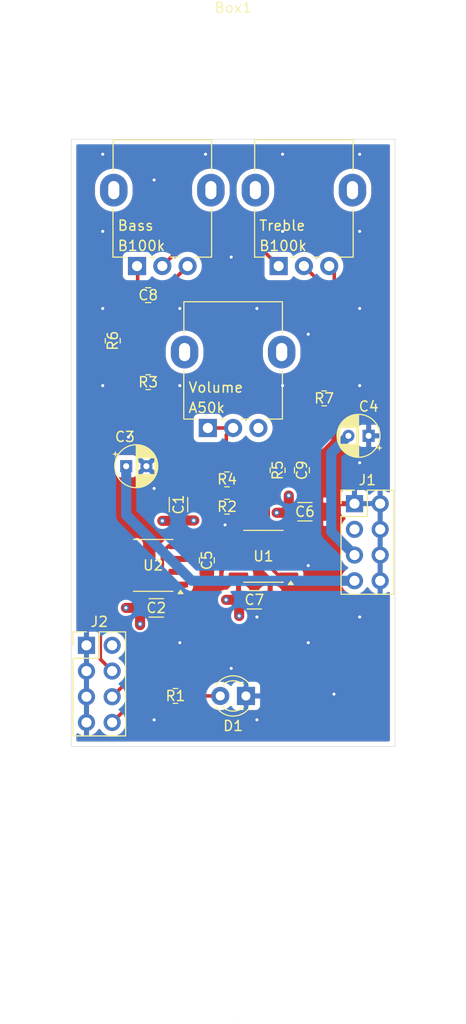
<source format=kicad_pcb>
(kicad_pcb (version 20240108) (generator "pcbnew") (generator_version "8.0")
  (layers (0 "F.Cu" jumper) (1 "In1.Cu" signal) (2 "In2.Cu" signal) (31 "B.Cu" signal) (34 "B.Paste" user) (35 "F.Paste" user) (36 "B.SilkS" user "B.Silkscreen") (37 "F.SilkS" user "F.Silkscreen") (38 "B.Mask" user) (39 "F.Mask" user) (44 "Edge.Cuts" user))
  (net 0 "")
  (net 1 "GND")
  (net 2 "VIN")
  (net 3 "Net-(C8-Pad2)")
  (net 4 "Net-(C8-Pad1)")
  (net 5 "Net-(C9-Pad2)")
  (net 6 "+V")
  (net 7 "Net-(U1A--)")
  (net 8 "-V")
  (net 9 "Net-(U1B-OUT)")
  (net 10 "LED")
  (net 11 "Net-(U1B--)")
  (net 12 "Net-(R5-Pad1)")
  (net 14 "Net-(R6-Pad1)")
  (net 15 "Net-(R7-Pad2)")
  (net 16 "IN^{EFF}")
  (net 17 "OUT^{EFF}")
  (net 18 "Net-(D1-A)")
  (net 19 "OUT^{BAX}")
  (footprint "Potentiometer_THT:Potentiometer_Alpha_RD901F-40-00D_Single_Vertical" (layer "F.Cu") (at 104.5 75.525 90)
    (property "Reference" "RV3" (hide yes))
    (property "Value" "Treble B100k" (hide yes))
    (property "Use" "Treble" (at 4 -2 0) (layer "F.SilkS") (effects (justify left)))
    (property "Type" "B100k" (at 2 -2 0) (layer "F.SilkS") (effects (justify left)))
    (pad "" thru_hole oval (at 7.5 -2.3 180) (size 2.72 3.24) (drill oval 1.1 1.8) (layers "*.Cu" "*.Mask" "In3.Cu" "In4.Cu" "In5.Cu" "In6.Cu" "In7.Cu" "In8.Cu" "In9.Cu" "In10.Cu" "In11.Cu" "In12.Cu" "In13.Cu" "In14.Cu" "In15.Cu" "In16.Cu" "In17.Cu" "In18.Cu" "In19.Cu" "In20.Cu" "In21.Cu" "In22.Cu" "In23.Cu" "In24.Cu" "In25.Cu" "In26.Cu" "In27.Cu" "In28.Cu" "In29.Cu" "In30.Cu"))
    (pad "" thru_hole oval (at 7.5 7.3 180) (size 2.72 3.24) (drill oval 1.1 1.8) (layers "*.Cu" "*.Mask" "In3.Cu" "In4.Cu" "In5.Cu" "In6.Cu" "In7.Cu" "In8.Cu" "In9.Cu" "In10.Cu" "In11.Cu" "In12.Cu" "In13.Cu" "In14.Cu" "In15.Cu" "In16.Cu" "In17.Cu" "In18.Cu" "In19.Cu" "In20.Cu" "In21.Cu" "In22.Cu" "In23.Cu" "In24.Cu" "In25.Cu" "In26.Cu" "In27.Cu" "In28.Cu" "In29.Cu" "In30.Cu"))
    (pad "1" thru_hole rect (at 0 0 180) (size 1.8 1.8) (drill 1) (layers "*.Cu" "*.Mask" "In3.Cu" "In4.Cu" "In5.Cu" "In6.Cu" "In7.Cu" "In8.Cu" "In9.Cu" "In10.Cu" "In11.Cu" "In12.Cu" "In13.Cu" "In14.Cu" "In15.Cu" "In16.Cu" "In17.Cu" "In18.Cu" "In19.Cu" "In20.Cu" "In21.Cu" "In22.Cu" "In23.Cu" "In24.Cu" "In25.Cu" "In26.Cu" "In27.Cu" "In28.Cu" "In29.Cu" "In30.Cu") (net 14 "Net-(R6-Pad1)"))
    (pad "2" thru_hole circle (at 0 2.5 180) (size 1.8 1.8) (drill 1) (layers "*.Cu" "*.Mask" "In3.Cu" "In4.Cu" "In5.Cu" "In6.Cu" "In7.Cu" "In8.Cu" "In9.Cu" "In10.Cu" "In11.Cu" "In12.Cu" "In13.Cu" "In14.Cu" "In15.Cu" "In16.Cu" "In17.Cu" "In18.Cu" "In19.Cu" "In20.Cu" "In21.Cu" "In22.Cu" "In23.Cu" "In24.Cu" "In25.Cu" "In26.Cu" "In27.Cu" "In28.Cu" "In29.Cu" "In30.Cu") (net 5 "Net-(C9-Pad2)"))
    (pad "3" thru_hole circle (at 0 5 180) (size 1.8 1.8) (drill 1) (layers "*.Cu" "*.Mask" "In3.Cu" "In4.Cu" "In5.Cu" "In6.Cu" "In7.Cu" "In8.Cu" "In9.Cu" "In10.Cu" "In11.Cu" "In12.Cu" "In13.Cu" "In14.Cu" "In15.Cu" "In16.Cu" "In17.Cu" "In18.Cu" "In19.Cu" "In20.Cu" "In21.Cu" "In22.Cu" "In23.Cu" "In24.Cu" "In25.Cu" "In26.Cu" "In27.Cu" "In28.Cu" "In29.Cu" "In30.Cu") (net 15 "Net-(R7-Pad2)"))
  )
  (footprint "Potentiometer_THT:Potentiometer_Alpha_RD901F-40-00D_Single_Vertical" (layer "F.Cu") (at 97.5 91.525 90)
    (property "Reference" "RV1" (hide yes))
    (property "Value" "A50k Effects Volume" (hide yes))
    (property "Use" "Volume" (at 4 -2 0) (layer "F.SilkS") (effects (justify left)))
    (property "R-value" "A50k" (at 2 -2 0) (layer "F.SilkS") (effects (justify left)))
    (pad "" thru_hole oval (at 7.5 -2.3 180) (size 2.72 3.24) (drill oval 1.1 1.8) (layers "*.Cu" "*.Mask" "In3.Cu" "In4.Cu" "In5.Cu" "In6.Cu" "In7.Cu" "In8.Cu" "In9.Cu" "In10.Cu" "In11.Cu" "In12.Cu" "In13.Cu" "In14.Cu" "In15.Cu" "In16.Cu" "In17.Cu" "In18.Cu" "In19.Cu" "In20.Cu" "In21.Cu" "In22.Cu" "In23.Cu" "In24.Cu" "In25.Cu" "In26.Cu" "In27.Cu" "In28.Cu" "In29.Cu" "In30.Cu"))
    (pad "" thru_hole oval (at 7.5 7.3 180) (size 2.72 3.24) (drill oval 1.1 1.8) (layers "*.Cu" "*.Mask" "In3.Cu" "In4.Cu" "In5.Cu" "In6.Cu" "In7.Cu" "In8.Cu" "In9.Cu" "In10.Cu" "In11.Cu" "In12.Cu" "In13.Cu" "In14.Cu" "In15.Cu" "In16.Cu" "In17.Cu" "In18.Cu" "In19.Cu" "In20.Cu" "In21.Cu" "In22.Cu" "In23.Cu" "In24.Cu" "In25.Cu" "In26.Cu" "In27.Cu" "In28.Cu" "In29.Cu" "In30.Cu"))
    (pad "1" thru_hole rect (at 0 0 180) (size 1.8 1.8) (drill 1) (layers "*.Cu" "*.Mask" "In3.Cu" "In4.Cu" "In5.Cu" "In6.Cu" "In7.Cu" "In8.Cu" "In9.Cu" "In10.Cu" "In11.Cu" "In12.Cu" "In13.Cu" "In14.Cu" "In15.Cu" "In16.Cu" "In17.Cu" "In18.Cu" "In19.Cu" "In20.Cu" "In21.Cu" "In22.Cu" "In23.Cu" "In24.Cu" "In25.Cu" "In26.Cu" "In27.Cu" "In28.Cu" "In29.Cu" "In30.Cu") (net 11 "Net-(U1B--)"))
    (pad "2" thru_hole circle (at 0 2.5 180) (size 1.8 1.8) (drill 1) (layers "*.Cu" "*.Mask" "In3.Cu" "In4.Cu" "In5.Cu" "In6.Cu" "In7.Cu" "In8.Cu" "In9.Cu" "In10.Cu" "In11.Cu" "In12.Cu" "In13.Cu" "In14.Cu" "In15.Cu" "In16.Cu" "In17.Cu" "In18.Cu" "In19.Cu" "In20.Cu" "In21.Cu" "In22.Cu" "In23.Cu" "In24.Cu" "In25.Cu" "In26.Cu" "In27.Cu" "In28.Cu" "In29.Cu" "In30.Cu") (net 11 "Net-(U1B--)"))
    (pad "3" thru_hole circle (at 0 5 180) (size 1.8 1.8) (drill 1) (layers "*.Cu" "*.Mask" "In3.Cu" "In4.Cu" "In5.Cu" "In6.Cu" "In7.Cu" "In8.Cu" "In9.Cu" "In10.Cu" "In11.Cu" "In12.Cu" "In13.Cu" "In14.Cu" "In15.Cu" "In16.Cu" "In17.Cu" "In18.Cu" "In19.Cu" "In20.Cu" "In21.Cu" "In22.Cu" "In23.Cu" "In24.Cu" "In25.Cu" "In26.Cu" "In27.Cu" "In28.Cu" "In29.Cu" "In30.Cu") (net 17 "OUT^{EFF}"))
  )
  (footprint "Resistor_SMD:R_0805_2012Metric_Pad1.20x1.40mm_HandSolder" (layer "F.Cu") (at 94.3 118)
    (property "Reference" "R1" (at 0 0 0) (layer "F.SilkS"))
    (property "Value" "10k")
    (pad "1" smd roundrect (at -1 0) (size 1.2 1.4) (layers "F.Cu" "F.Paste" "F.Mask") (roundrect_rratio 0.208333) (net 10 "LED"))
    (pad "2" smd roundrect (at 1 0) (size 1.2 1.4) (layers "F.Cu" "F.Paste" "F.Mask") (roundrect_rratio 0.208333) (net 18 "Net-(D1-A)"))
  )
  (footprint "Capacitor_THT:CP_Radial_D4.0mm_P2.00mm" (layer "F.Cu") (at 89.427401 95.3)
    (property "Reference" "C3" (at -0.127401 -2.9 0) (layer "F.SilkS"))
    (property "Value" "22uF")
    (pad "1" thru_hole rect (at 0 0) (size 1.2 1.2) (drill 0.6) (layers "*.Cu" "*.Mask" "In3.Cu" "In4.Cu" "In5.Cu" "In6.Cu" "In7.Cu" "In8.Cu" "In9.Cu" "In10.Cu" "In11.Cu" "In12.Cu" "In13.Cu" "In14.Cu" "In15.Cu" "In16.Cu" "In17.Cu" "In18.Cu" "In19.Cu" "In20.Cu" "In21.Cu" "In22.Cu" "In23.Cu" "In24.Cu" "In25.Cu" "In26.Cu" "In27.Cu" "In28.Cu" "In29.Cu" "In30.Cu") (net 6 "+V"))
    (pad "2" thru_hole circle (at 2 0) (size 1.2 1.2) (drill 0.6) (layers "*.Cu" "*.Mask" "In3.Cu" "In4.Cu" "In5.Cu" "In6.Cu" "In7.Cu" "In8.Cu" "In9.Cu" "In10.Cu" "In11.Cu" "In12.Cu" "In13.Cu" "In14.Cu" "In15.Cu" "In16.Cu" "In17.Cu" "In18.Cu" "In19.Cu" "In20.Cu" "In21.Cu" "In22.Cu" "In23.Cu" "In24.Cu" "In25.Cu" "In26.Cu" "In27.Cu" "In28.Cu" "In29.Cu" "In30.Cu") (net 1 "GND"))
  )
  (footprint "Resistor_SMD:R_0805_2012Metric_Pad1.20x1.40mm_HandSolder" (layer "F.Cu") (at 99.4 96.6 180)
    (property "Reference" "R4" (at 0 0 0) (layer "F.SilkS"))
    (property "Value" "22k")
    (pad "1" smd roundrect (at -1 0 180) (size 1.2 1.4) (layers "F.Cu" "F.Paste" "F.Mask") (roundrect_rratio 0.208333) (net 19 "OUT^{BAX}"))
    (pad "2" smd roundrect (at 1 0 180) (size 1.2 1.4) (layers "F.Cu" "F.Paste" "F.Mask") (roundrect_rratio 0.208333) (net 3 "Net-(C8-Pad2)"))
  )
  (footprint "Mylib:1590A" (layer "F.Cu") (at 100 100)
    (property "Reference" "Box1" (at 0 -50 0) (layer "F.SilkS") (effects (font (thickness 0.1))))
    (property "Value" "1590A")
  )
  (footprint "Capacitor_SMD:C_1206_3216Metric_Pad1.33x1.80mm_HandSolder" (layer "F.Cu") (at 94.6 99.1 90)
    (property "Reference" "C1" (at 0 0 90) (layer "F.SilkS"))
    (property "Value" "0.1uF")
    (pad "1" smd roundrect (at -1.5625 0 90) (size 1.325 1.8) (layers "F.Cu" "F.Paste" "F.Mask") (roundrect_rratio 0.188679) (net 8 "-V"))
    (pad "2" smd roundrect (at 1.5625 0 90) (size 1.325 1.8) (layers "F.Cu" "F.Paste" "F.Mask") (roundrect_rratio 0.188679) (net 1 "GND"))
  )
  (footprint "Resistor_SMD:R_0805_2012Metric_Pad1.20x1.40mm_HandSolder" (layer "F.Cu") (at 104.4 95.7 -90)
    (property "Reference" "R5" (at 0 0 90) (layer "F.SilkS"))
    (property "Value" "22k")
    (pad "1" smd roundrect (at -1 0 270) (size 1.2 1.4) (layers "F.Cu" "F.Paste" "F.Mask") (roundrect_rratio 0.208333) (net 12 "Net-(R5-Pad1)"))
    (pad "2" smd roundrect (at 1 0 270) (size 1.2 1.4) (layers "F.Cu" "F.Paste" "F.Mask") (roundrect_rratio 0.208333) (net 7 "Net-(U1A--)"))
  )
  (footprint "Capacitor_SMD:C_0805_2012Metric_Pad1.18x1.45mm_HandSolder" (layer "F.Cu") (at 97.4 104.6 90)
    (property "Reference" "C5" (at 0 0 90) (layer "F.SilkS"))
    (property "Value" "10pF")
    (pad "1" smd roundrect (at -1.0375 0 90) (size 1.175 1.45) (layers "F.Cu" "F.Paste" "F.Mask") (roundrect_rratio 0.212766) (net 9 "Net-(U1B-OUT)"))
    (pad "2" smd roundrect (at 1.0375 0 90) (size 1.175 1.45) (layers "F.Cu" "F.Paste" "F.Mask") (roundrect_rratio 0.212766) (net 11 "Net-(U1B--)"))
  )
  (footprint "Resistor_SMD:R_0805_2012Metric_Pad1.20x1.40mm_HandSolder" (layer "F.Cu") (at 88.1 82.9 -90)
    (property "Reference" "R6" (at 0 0 90) (layer "F.SilkS"))
    (property "Value" "10k")
    (pad "1" smd roundrect (at -1 0 270) (size 1.2 1.4) (layers "F.Cu" "F.Paste" "F.Mask") (roundrect_rratio 0.208333) (net 14 "Net-(R6-Pad1)"))
    (pad "2" smd roundrect (at 1 0 270) (size 1.2 1.4) (layers "F.Cu" "F.Paste" "F.Mask") (roundrect_rratio 0.208333) (net 16 "IN^{EFF}"))
  )
  (footprint "Capacitor_SMD:C_1206_3216Metric_Pad1.33x1.80mm_HandSolder" (layer "F.Cu") (at 107.1 99.8)
    (property "Reference" "C6" (at 0 0 0) (layer "F.SilkS"))
    (property "Value" "0.1uF")
    (pad "1" smd roundrect (at -1.5625 0) (size 1.325 1.8) (layers "F.Cu" "F.Paste" "F.Mask") (roundrect_rratio 0.188679) (net 8 "-V"))
    (pad "2" smd roundrect (at 1.5625 0) (size 1.325 1.8) (layers "F.Cu" "F.Paste" "F.Mask") (roundrect_rratio 0.188679) (net 1 "GND"))
  )
  (footprint "Connector_PinHeader_2.54mm:PinHeader_2x04_P2.54mm_Vertical" (layer "F.Cu") (at 112 99)
    (property "Reference" "J1" (at 1.27 -2.33 0) (layer "F.SilkS"))
    (property "Value" "Conn_02x04_Odd_Even")
    (pad "1" thru_hole rect (at 0 0) (size 1.7 1.7) (drill 1) (layers "*.Cu" "*.Mask" "In3.Cu" "In4.Cu" "In5.Cu" "In6.Cu" "In7.Cu" "In8.Cu" "In9.Cu" "In10.Cu" "In11.Cu" "In12.Cu" "In13.Cu" "In14.Cu" "In15.Cu" "In16.Cu" "In17.Cu" "In18.Cu" "In19.Cu" "In20.Cu" "In21.Cu" "In22.Cu" "In23.Cu" "In24.Cu" "In25.Cu" "In26.Cu" "In27.Cu" "In28.Cu" "In29.Cu" "In30.Cu") (net 1 "GND"))
    (pad "2" thru_hole oval (at 2.54 0) (size 1.7 1.7) (drill 1) (layers "*.Cu" "*.Mask" "In3.Cu" "In4.Cu" "In5.Cu" "In6.Cu" "In7.Cu" "In8.Cu" "In9.Cu" "In10.Cu" "In11.Cu" "In12.Cu" "In13.Cu" "In14.Cu" "In15.Cu" "In16.Cu" "In17.Cu" "In18.Cu" "In19.Cu" "In20.Cu" "In21.Cu" "In22.Cu" "In23.Cu" "In24.Cu" "In25.Cu" "In26.Cu" "In27.Cu" "In28.Cu" "In29.Cu" "In30.Cu") (net 1 "GND"))
    (pad "3" thru_hole oval (at 0 2.54) (size 1.7 1.7) (drill 1) (layers "*.Cu" "*.Mask" "In3.Cu" "In4.Cu" "In5.Cu" "In6.Cu" "In7.Cu" "In8.Cu" "In9.Cu" "In10.Cu" "In11.Cu" "In12.Cu" "In13.Cu" "In14.Cu" "In15.Cu" "In16.Cu" "In17.Cu" "In18.Cu" "In19.Cu" "In20.Cu" "In21.Cu" "In22.Cu" "In23.Cu" "In24.Cu" "In25.Cu" "In26.Cu" "In27.Cu" "In28.Cu" "In29.Cu" "In30.Cu") (net 2 "VIN"))
    (pad "4" thru_hole oval (at 2.54 2.54) (size 1.7 1.7) (drill 1) (layers "*.Cu" "*.Mask" "In3.Cu" "In4.Cu" "In5.Cu" "In6.Cu" "In7.Cu" "In8.Cu" "In9.Cu" "In10.Cu" "In11.Cu" "In12.Cu" "In13.Cu" "In14.Cu" "In15.Cu" "In16.Cu" "In17.Cu" "In18.Cu" "In19.Cu" "In20.Cu" "In21.Cu" "In22.Cu" "In23.Cu" "In24.Cu" "In25.Cu" "In26.Cu" "In27.Cu" "In28.Cu" "In29.Cu" "In30.Cu") (net 1 "GND"))
    (pad "5" thru_hole oval (at 0 5.08) (size 1.7 1.7) (drill 1) (layers "*.Cu" "*.Mask" "In3.Cu" "In4.Cu" "In5.Cu" "In6.Cu" "In7.Cu" "In8.Cu" "In9.Cu" "In10.Cu" "In11.Cu" "In12.Cu" "In13.Cu" "In14.Cu" "In15.Cu" "In16.Cu" "In17.Cu" "In18.Cu" "In19.Cu" "In20.Cu" "In21.Cu" "In22.Cu" "In23.Cu" "In24.Cu" "In25.Cu" "In26.Cu" "In27.Cu" "In28.Cu" "In29.Cu" "In30.Cu") (net 8 "-V"))
    (pad "6" thru_hole oval (at 2.54 5.08) (size 1.7 1.7) (drill 1) (layers "*.Cu" "*.Mask" "In3.Cu" "In4.Cu" "In5.Cu" "In6.Cu" "In7.Cu" "In8.Cu" "In9.Cu" "In10.Cu" "In11.Cu" "In12.Cu" "In13.Cu" "In14.Cu" "In15.Cu" "In16.Cu" "In17.Cu" "In18.Cu" "In19.Cu" "In20.Cu" "In21.Cu" "In22.Cu" "In23.Cu" "In24.Cu" "In25.Cu" "In26.Cu" "In27.Cu" "In28.Cu" "In29.Cu" "In30.Cu") (net 1 "GND"))
    (pad "7" thru_hole oval (at 0 7.62) (size 1.7 1.7) (drill 1) (layers "*.Cu" "*.Mask" "In3.Cu" "In4.Cu" "In5.Cu" "In6.Cu" "In7.Cu" "In8.Cu" "In9.Cu" "In10.Cu" "In11.Cu" "In12.Cu" "In13.Cu" "In14.Cu" "In15.Cu" "In16.Cu" "In17.Cu" "In18.Cu" "In19.Cu" "In20.Cu" "In21.Cu" "In22.Cu" "In23.Cu" "In24.Cu" "In25.Cu" "In26.Cu" "In27.Cu" "In28.Cu" "In29.Cu" "In30.Cu") (net 6 "+V"))
    (pad "8" thru_hole oval (at 2.54 7.62) (size 1.7 1.7) (drill 1) (layers "*.Cu" "*.Mask" "In3.Cu" "In4.Cu" "In5.Cu" "In6.Cu" "In7.Cu" "In8.Cu" "In9.Cu" "In10.Cu" "In11.Cu" "In12.Cu" "In13.Cu" "In14.Cu" "In15.Cu" "In16.Cu" "In17.Cu" "In18.Cu" "In19.Cu" "In20.Cu" "In21.Cu" "In22.Cu" "In23.Cu" "In24.Cu" "In25.Cu" "In26.Cu" "In27.Cu" "In28.Cu" "In29.Cu" "In30.Cu") (net 1 "GND"))
  )
  (footprint "Capacitor_THT:CP_Radial_D4.0mm_P2.00mm" (layer "F.Cu") (at 113.4 92.3 180)
    (property "Reference" "C4" (at 0 2.9 0) (layer "F.SilkS"))
    (property "Value" "22uF")
    (pad "1" thru_hole rect (at 0 0 180) (size 1.2 1.2) (drill 0.6) (layers "*.Cu" "*.Mask" "In3.Cu" "In4.Cu" "In5.Cu" "In6.Cu" "In7.Cu" "In8.Cu" "In9.Cu" "In10.Cu" "In11.Cu" "In12.Cu" "In13.Cu" "In14.Cu" "In15.Cu" "In16.Cu" "In17.Cu" "In18.Cu" "In19.Cu" "In20.Cu" "In21.Cu" "In22.Cu" "In23.Cu" "In24.Cu" "In25.Cu" "In26.Cu" "In27.Cu" "In28.Cu" "In29.Cu" "In30.Cu") (net 1 "GND"))
    (pad "2" thru_hole circle (at 2 0 180) (size 1.2 1.2) (drill 0.6) (layers "*.Cu" "*.Mask" "In3.Cu" "In4.Cu" "In5.Cu" "In6.Cu" "In7.Cu" "In8.Cu" "In9.Cu" "In10.Cu" "In11.Cu" "In12.Cu" "In13.Cu" "In14.Cu" "In15.Cu" "In16.Cu" "In17.Cu" "In18.Cu" "In19.Cu" "In20.Cu" "In21.Cu" "In22.Cu" "In23.Cu" "In24.Cu" "In25.Cu" "In26.Cu" "In27.Cu" "In28.Cu" "In29.Cu" "In30.Cu") (net 8 "-V"))
  )
  (footprint "Capacitor_SMD:C_0805_2012Metric_Pad1.18x1.45mm_HandSolder" (layer "F.Cu") (at 106.8 95.7 90)
    (property "Reference" "C9" (at 0 0 90) (layer "F.SilkS"))
    (property "Value" "560pF")
    (pad "1" smd roundrect (at -1.0375 0 90) (size 1.175 1.45) (layers "F.Cu" "F.Paste" "F.Mask") (roundrect_rratio 0.212766) (net 7 "Net-(U1A--)"))
    (pad "2" smd roundrect (at 1.0375 0 90) (size 1.175 1.45) (layers "F.Cu" "F.Paste" "F.Mask") (roundrect_rratio 0.212766) (net 5 "Net-(C9-Pad2)"))
  )
  (footprint "Package_SO:SOIC-8_3.9x4.9mm_P1.27mm" (layer "F.Cu") (at 92.1 105.1 180)
    (property "Reference" "U2" (at 0 0 0) (layer "F.SilkS"))
    (property "Value" "BUF634AxD")
    (pad "1" smd roundrect (at -2.475 -1.905 180) (size 1.95 0.6) (layers "F.Cu" "F.Paste" "F.Mask") (net 8 "-V"))
    (pad "2" smd roundrect (at -2.475 -0.635 180) (size 1.95 0.6) (layers "F.Cu" "F.Paste" "F.Mask"))
    (pad "3" smd roundrect (at -2.475 0.635 180) (size 1.95 0.6) (layers "F.Cu" "F.Paste" "F.Mask") (net 9 "Net-(U1B-OUT)"))
    (pad "4" smd roundrect (at -2.475 1.905 180) (size 1.95 0.6) (layers "F.Cu" "F.Paste" "F.Mask") (net 8 "-V"))
    (pad "5" smd roundrect (at 2.475 1.905 180) (size 1.95 0.6) (layers "F.Cu" "F.Paste" "F.Mask"))
    (pad "6" smd roundrect (at 2.475 0.635 180) (size 1.95 0.6) (layers "F.Cu" "F.Paste" "F.Mask") (net 17 "OUT^{EFF}"))
    (pad "7" smd roundrect (at 2.475 -0.635 180) (size 1.95 0.6) (layers "F.Cu" "F.Paste" "F.Mask") (net 6 "+V"))
    (pad "8" smd roundrect (at 2.475 -1.905 180) (size 1.95 0.6) (layers "F.Cu" "F.Paste" "F.Mask"))
  )
  (footprint "Capacitor_SMD:C_1206_3216Metric_Pad1.33x1.80mm_HandSolder" (layer "F.Cu") (at 92.4 109.3)
    (property "Reference" "C2" (at 0 0 0) (layer "F.SilkS"))
    (property "Value" "0.1uF")
    (pad "1" smd roundrect (at -1.5625 0) (size 1.325 1.8) (layers "F.Cu" "F.Paste" "F.Mask") (roundrect_rratio 0.188679) (net 6 "+V"))
    (pad "2" smd roundrect (at 1.5625 0) (size 1.325 1.8) (layers "F.Cu" "F.Paste" "F.Mask") (roundrect_rratio 0.188679) (net 1 "GND"))
  )
  (footprint "Resistor_SMD:R_0805_2012Metric_Pad1.20x1.40mm_HandSolder" (layer "F.Cu") (at 109 88.6)
    (property "Reference" "R7" (at 0 0 0) (layer "F.SilkS"))
    (property "Value" "10k")
    (pad "1" smd roundrect (at -1 0) (size 1.2 1.4) (layers "F.Cu" "F.Paste" "F.Mask") (roundrect_rratio 0.208333) (net 19 "OUT^{BAX}"))
    (pad "2" smd roundrect (at 1 0) (size 1.2 1.4) (layers "F.Cu" "F.Paste" "F.Mask") (roundrect_rratio 0.208333) (net 15 "Net-(R7-Pad2)"))
  )
  (footprint "Package_SO:SOIC-8_3.9x4.9mm_P1.27mm" (layer "F.Cu") (at 103 104.2 180)
    (property "Reference" "U1" (at 0 0 0) (layer "F.SilkS"))
    (property "Value" "OPA1656")
    (pad "1" smd roundrect (at -2.475 -1.905 180) (size 1.95 0.6) (layers "F.Cu" "F.Paste" "F.Mask") (net 19 "OUT^{BAX}"))
    (pad "2" smd roundrect (at -2.475 -0.635 180) (size 1.95 0.6) (layers "F.Cu" "F.Paste" "F.Mask") (net 7 "Net-(U1A--)"))
    (pad "3" smd roundrect (at -2.475 0.635 180) (size 1.95 0.6) (layers "F.Cu" "F.Paste" "F.Mask") (net 1 "GND"))
    (pad "4" smd roundrect (at -2.475 1.905 180) (size 1.95 0.6) (layers "F.Cu" "F.Paste" "F.Mask") (net 8 "-V"))
    (pad "5" smd roundrect (at 2.475 1.905 180) (size 1.95 0.6) (layers "F.Cu" "F.Paste" "F.Mask") (net 1 "GND"))
    (pad "6" smd roundrect (at 2.475 0.635 180) (size 1.95 0.6) (layers "F.Cu" "F.Paste" "F.Mask") (net 11 "Net-(U1B--)"))
    (pad "7" smd roundrect (at 2.475 -0.635 180) (size 1.95 0.6) (layers "F.Cu" "F.Paste" "F.Mask") (net 9 "Net-(U1B-OUT)"))
    (pad "8" smd roundrect (at 2.475 -1.905 180) (size 1.95 0.6) (layers "F.Cu" "F.Paste" "F.Mask") (net 6 "+V"))
  )
  (footprint "Resistor_SMD:R_0805_2012Metric_Pad1.20x1.40mm_HandSolder" (layer "F.Cu") (at 99.4 99.3)
    (property "Reference" "R2" (at 0 0 0) (layer "F.SilkS"))
    (property "Value" "22k")
    (pad "1" smd roundrect (at -1 0) (size 1.2 1.4) (layers "F.Cu" "F.Paste" "F.Mask") (roundrect_rratio 0.208333) (net 11 "Net-(U1B--)"))
    (pad "2" smd roundrect (at 1 0) (size 1.2 1.4) (layers "F.Cu" "F.Paste" "F.Mask") (roundrect_rratio 0.208333) (net 19 "OUT^{BAX}"))
  )
  (footprint "Capacitor_SMD:C_1206_3216Metric_Pad1.33x1.80mm_HandSolder" (layer "F.Cu") (at 102.1 108.5)
    (property "Reference" "C7" (at 0 0 0) (layer "F.SilkS"))
    (property "Value" "0.1uF")
    (pad "1" smd roundrect (at -1.5625 0) (size 1.325 1.8) (layers "F.Cu" "F.Paste" "F.Mask") (roundrect_rratio 0.188679) (net 6 "+V"))
    (pad "2" smd roundrect (at 1.5625 0) (size 1.325 1.8) (layers "F.Cu" "F.Paste" "F.Mask") (roundrect_rratio 0.188679) (net 1 "GND"))
  )
  (footprint "Capacitor_SMD:C_0805_2012Metric_Pad1.18x1.45mm_HandSolder" (layer "F.Cu") (at 91.6 78.4 180)
    (property "Reference" "C8" (at 0 0 0) (layer "F.SilkS"))
    (property "Value" "47nF")
    (pad "1" smd roundrect (at -1.0375 0 180) (size 1.175 1.45) (layers "F.Cu" "F.Paste" "F.Mask") (roundrect_rratio 0.212766) (net 4 "Net-(C8-Pad1)"))
    (pad "2" smd roundrect (at 1.0375 0 180) (size 1.175 1.45) (layers "F.Cu" "F.Paste" "F.Mask") (roundrect_rratio 0.212766) (net 3 "Net-(C8-Pad2)"))
  )
  (footprint "Connector_PinHeader_2.54mm:PinHeader_2x04_P2.54mm_Vertical" (layer "F.Cu") (at 85.5 113)
    (property "Reference" "J2" (at 1.27 -2.33 0) (layer "F.SilkS"))
    (property "Value" "Conn_02x04_Odd_Even")
    (pad "1" thru_hole rect (at 0 0) (size 1.7 1.7) (drill 1) (layers "*.Cu" "*.Mask" "In3.Cu" "In4.Cu" "In5.Cu" "In6.Cu" "In7.Cu" "In8.Cu" "In9.Cu" "In10.Cu" "In11.Cu" "In12.Cu" "In13.Cu" "In14.Cu" "In15.Cu" "In16.Cu" "In17.Cu" "In18.Cu" "In19.Cu" "In20.Cu" "In21.Cu" "In22.Cu" "In23.Cu" "In24.Cu" "In25.Cu" "In26.Cu" "In27.Cu" "In28.Cu" "In29.Cu" "In30.Cu") (net 1 "GND"))
    (pad "2" thru_hole oval (at 2.54 0) (size 1.7 1.7) (drill 1) (layers "*.Cu" "*.Mask" "In3.Cu" "In4.Cu" "In5.Cu" "In6.Cu" "In7.Cu" "In8.Cu" "In9.Cu" "In10.Cu" "In11.Cu" "In12.Cu" "In13.Cu" "In14.Cu" "In15.Cu" "In16.Cu" "In17.Cu" "In18.Cu" "In19.Cu" "In20.Cu" "In21.Cu" "In22.Cu" "In23.Cu" "In24.Cu" "In25.Cu" "In26.Cu" "In27.Cu" "In28.Cu" "In29.Cu" "In30.Cu"))
    (pad "3" thru_hole oval (at 0 2.54) (size 1.7 1.7) (drill 1) (layers "*.Cu" "*.Mask" "In3.Cu" "In4.Cu" "In5.Cu" "In6.Cu" "In7.Cu" "In8.Cu" "In9.Cu" "In10.Cu" "In11.Cu" "In12.Cu" "In13.Cu" "In14.Cu" "In15.Cu" "In16.Cu" "In17.Cu" "In18.Cu" "In19.Cu" "In20.Cu" "In21.Cu" "In22.Cu" "In23.Cu" "In24.Cu" "In25.Cu" "In26.Cu" "In27.Cu" "In28.Cu" "In29.Cu" "In30.Cu") (net 1 "GND"))
    (pad "4" thru_hole oval (at 2.54 2.54) (size 1.7 1.7) (drill 1) (layers "*.Cu" "*.Mask" "In3.Cu" "In4.Cu" "In5.Cu" "In6.Cu" "In7.Cu" "In8.Cu" "In9.Cu" "In10.Cu" "In11.Cu" "In12.Cu" "In13.Cu" "In14.Cu" "In15.Cu" "In16.Cu" "In17.Cu" "In18.Cu" "In19.Cu" "In20.Cu" "In21.Cu" "In22.Cu" "In23.Cu" "In24.Cu" "In25.Cu" "In26.Cu" "In27.Cu" "In28.Cu" "In29.Cu" "In30.Cu") (net 16 "IN^{EFF}"))
    (pad "5" thru_hole oval (at 0 5.08) (size 1.7 1.7) (drill 1) (layers "*.Cu" "*.Mask" "In3.Cu" "In4.Cu" "In5.Cu" "In6.Cu" "In7.Cu" "In8.Cu" "In9.Cu" "In10.Cu" "In11.Cu" "In12.Cu" "In13.Cu" "In14.Cu" "In15.Cu" "In16.Cu" "In17.Cu" "In18.Cu" "In19.Cu" "In20.Cu" "In21.Cu" "In22.Cu" "In23.Cu" "In24.Cu" "In25.Cu" "In26.Cu" "In27.Cu" "In28.Cu" "In29.Cu" "In30.Cu") (net 1 "GND"))
    (pad "6" thru_hole oval (at 2.54 5.08) (size 1.7 1.7) (drill 1) (layers "*.Cu" "*.Mask" "In3.Cu" "In4.Cu" "In5.Cu" "In6.Cu" "In7.Cu" "In8.Cu" "In9.Cu" "In10.Cu" "In11.Cu" "In12.Cu" "In13.Cu" "In14.Cu" "In15.Cu" "In16.Cu" "In17.Cu" "In18.Cu" "In19.Cu" "In20.Cu" "In21.Cu" "In22.Cu" "In23.Cu" "In24.Cu" "In25.Cu" "In26.Cu" "In27.Cu" "In28.Cu" "In29.Cu" "In30.Cu") (net 17 "OUT^{EFF}"))
    (pad "7" thru_hole oval (at 0 7.62) (size 1.7 1.7) (drill 1) (layers "*.Cu" "*.Mask" "In3.Cu" "In4.Cu" "In5.Cu" "In6.Cu" "In7.Cu" "In8.Cu" "In9.Cu" "In10.Cu" "In11.Cu" "In12.Cu" "In13.Cu" "In14.Cu" "In15.Cu" "In16.Cu" "In17.Cu" "In18.Cu" "In19.Cu" "In20.Cu" "In21.Cu" "In22.Cu" "In23.Cu" "In24.Cu" "In25.Cu" "In26.Cu" "In27.Cu" "In28.Cu" "In29.Cu" "In30.Cu") (net 1 "GND"))
    (pad "8" thru_hole oval (at 2.54 7.62) (size 1.7 1.7) (drill 1) (layers "*.Cu" "*.Mask" "In3.Cu" "In4.Cu" "In5.Cu" "In6.Cu" "In7.Cu" "In8.Cu" "In9.Cu" "In10.Cu" "In11.Cu" "In12.Cu" "In13.Cu" "In14.Cu" "In15.Cu" "In16.Cu" "In17.Cu" "In18.Cu" "In19.Cu" "In20.Cu" "In21.Cu" "In22.Cu" "In23.Cu" "In24.Cu" "In25.Cu" "In26.Cu" "In27.Cu" "In28.Cu" "In29.Cu" "In30.Cu") (net 10 "LED"))
  )
  (footprint "Resistor_SMD:R_0805_2012Metric_Pad1.20x1.40mm_HandSolder" (layer "F.Cu") (at 91.6 87 180)
    (property "Reference" "R3" (at 0 0 0) (layer "F.SilkS"))
    (property "Value" "22k")
    (pad "1" smd roundrect (at -1 0 180) (size 1.2 1.4) (layers "F.Cu" "F.Paste" "F.Mask") (roundrect_rratio 0.208333) (net 4 "Net-(C8-Pad1)"))
    (pad "2" smd roundrect (at 1 0 180) (size 1.2 1.4) (layers "F.Cu" "F.Paste" "F.Mask") (roundrect_rratio 0.208333) (net 16 "IN^{EFF}"))
  )
  (footprint "LED_THT:LED_D3.0mm" (layer "F.Cu") (at 101.27 118 180)
    (property "Reference" "D1" (at 1.27 -2.96 180) (layer "F.SilkS"))
    (property "Value" "LED")
    (pad "1" thru_hole rect (at 0 0 180) (size 1.8 1.8) (drill 0.9) (layers "*.Cu" "*.Mask" "In3.Cu" "In4.Cu" "In5.Cu" "In6.Cu" "In7.Cu" "In8.Cu" "In9.Cu" "In10.Cu" "In11.Cu" "In12.Cu" "In13.Cu" "In14.Cu" "In15.Cu" "In16.Cu" "In17.Cu" "In18.Cu" "In19.Cu" "In20.Cu" "In21.Cu" "In22.Cu" "In23.Cu" "In24.Cu" "In25.Cu" "In26.Cu" "In27.Cu" "In28.Cu" "In29.Cu" "In30.Cu") (net 1 "GND"))
    (pad "2" thru_hole circle (at 2.54 0 180) (size 1.8 1.8) (drill 0.9) (layers "*.Cu" "*.Mask" "In3.Cu" "In4.Cu" "In5.Cu" "In6.Cu" "In7.Cu" "In8.Cu" "In9.Cu" "In10.Cu" "In11.Cu" "In12.Cu" "In13.Cu" "In14.Cu" "In15.Cu" "In16.Cu" "In17.Cu" "In18.Cu" "In19.Cu" "In20.Cu" "In21.Cu" "In22.Cu" "In23.Cu" "In24.Cu" "In25.Cu" "In26.Cu" "In27.Cu" "In28.Cu" "In29.Cu" "In30.Cu") (net 18 "Net-(D1-A)"))
  )
  (footprint "Potentiometer_THT:Potentiometer_Alpha_RD901F-40-00D_Single_Vertical" (layer "F.Cu") (at 90.5 75.525 90)
    (property "Reference" "RV2" (hide yes))
    (property "Value" "Bass B100k" (hide yes))
    (property "Use" "Bass" (at 4 -2 0) (layer "F.SilkS") (effects (justify left)))
    (property "Type" "B100k" (at 2 -2 0) (layer "F.SilkS") (effects (justify left)))
    (pad "" thru_hole oval (at 7.5 -2.3 180) (size 2.72 3.24) (drill oval 1.1 1.8) (layers "*.Cu" "*.Mask" "In3.Cu" "In4.Cu" "In5.Cu" "In6.Cu" "In7.Cu" "In8.Cu" "In9.Cu" "In10.Cu" "In11.Cu" "In12.Cu" "In13.Cu" "In14.Cu" "In15.Cu" "In16.Cu" "In17.Cu" "In18.Cu" "In19.Cu" "In20.Cu" "In21.Cu" "In22.Cu" "In23.Cu" "In24.Cu" "In25.Cu" "In26.Cu" "In27.Cu" "In28.Cu" "In29.Cu" "In30.Cu"))
    (pad "" thru_hole oval (at 7.5 7.3 180) (size 2.72 3.24) (drill oval 1.1 1.8) (layers "*.Cu" "*.Mask" "In3.Cu" "In4.Cu" "In5.Cu" "In6.Cu" "In7.Cu" "In8.Cu" "In9.Cu" "In10.Cu" "In11.Cu" "In12.Cu" "In13.Cu" "In14.Cu" "In15.Cu" "In16.Cu" "In17.Cu" "In18.Cu" "In19.Cu" "In20.Cu" "In21.Cu" "In22.Cu" "In23.Cu" "In24.Cu" "In25.Cu" "In26.Cu" "In27.Cu" "In28.Cu" "In29.Cu" "In30.Cu"))
    (pad "1" thru_hole rect (at 0 0 180) (size 1.8 1.8) (drill 1) (layers "*.Cu" "*.Mask" "In3.Cu" "In4.Cu" "In5.Cu" "In6.Cu" "In7.Cu" "In8.Cu" "In9.Cu" "In10.Cu" "In11.Cu" "In12.Cu" "In13.Cu" "In14.Cu" "In15.Cu" "In16.Cu" "In17.Cu" "In18.Cu" "In19.Cu" "In20.Cu" "In21.Cu" "In22.Cu" "In23.Cu" "In24.Cu" "In25.Cu" "In26.Cu" "In27.Cu" "In28.Cu" "In29.Cu" "In30.Cu") (net 3 "Net-(C8-Pad2)"))
    (pad "2" thru_hole circle (at 0 2.5 180) (size 1.8 1.8) (drill 1) (layers "*.Cu" "*.Mask" "In3.Cu" "In4.Cu" "In5.Cu" "In6.Cu" "In7.Cu" "In8.Cu" "In9.Cu" "In10.Cu" "In11.Cu" "In12.Cu" "In13.Cu" "In14.Cu" "In15.Cu" "In16.Cu" "In17.Cu" "In18.Cu" "In19.Cu" "In20.Cu" "In21.Cu" "In22.Cu" "In23.Cu" "In24.Cu" "In25.Cu" "In26.Cu" "In27.Cu" "In28.Cu" "In29.Cu" "In30.Cu") (net 12 "Net-(R5-Pad1)"))
    (pad "3" thru_hole circle (at 0 5 180) (size 1.8 1.8) (drill 1) (layers "*.Cu" "*.Mask" "In3.Cu" "In4.Cu" "In5.Cu" "In6.Cu" "In7.Cu" "In8.Cu" "In9.Cu" "In10.Cu" "In11.Cu" "In12.Cu" "In13.Cu" "In14.Cu" "In15.Cu" "In16.Cu" "In17.Cu" "In18.Cu" "In19.Cu" "In20.Cu" "In21.Cu" "In22.Cu" "In23.Cu" "In24.Cu" "In25.Cu" "In26.Cu" "In27.Cu" "In28.Cu" "In29.Cu" "In30.Cu") (net 4 "Net-(C8-Pad1)"))
  )
  (gr_rect (start 84 63) (end 116 123) (stroke (width 0.05)) (fill none) (layer "Edge.Cuts"))
  (segment (start 105.475 103.565) (end 106.335 103.565) (width 0.35) (layer "F.Cu") (net 1))
  (segment (start 108.6625 101.2375) (end 108.6625 99.8) (width 0.35) (layer "F.Cu") (net 1))
  (segment (start 106.335 103.565) (end 108.6625 101.2375) (width 0.35) (layer "F.Cu") (net 1))
  (via (at 94.73 79.7195) (size 0.6) (drill 0.3) (layers "F.Cu" "B.Cu") (net 1))
  (via (at 112.51 79.7195) (size 0.6) (drill 0.3) (layers "F.Cu" "B.Cu") (net 1))
  (via (at 99.81 74.6395) (size 0.6) (drill 0.3) (layers "F.Cu" "B.Cu") (net 1))
  (via (at 102.35 110.1995) (size 0.6) (drill 0.3) (layers "F.Cu" "B.Cu") (net 1))
  (via (at 87.11 87.3395) (size 0.6) (drill 0.3) (layers "F.Cu" "B.Cu") (net 1))
  (via (at 107.43 82.2595) (size 0.6) (drill 0.3) (layers "F.Cu" "B.Cu") (net 1))
  (via (at 112.51 110.1995) (size 0.6) (drill 0.3) (layers "F.Cu" "B.Cu") (net 1))
  (via (at 94.73 87.3395) (size 0.6) (drill 0.3) (layers "F.Cu" "B.Cu") (net 1))
  (via (at 112.51 72.0995) (size 0.6) (drill 0.3) (layers "F.Cu" "B.Cu") (net 1))
  (via (at 99.81 115.2795) (size 0.6) (drill 0.3) (layers "F.Cu" "B.Cu") (net 1))
  (via (at 97.27 64.4795) (size 0.6) (drill 0.3) (layers "F.Cu" "B.Cu") (net 1))
  (via (at 112.51 64.4795) (size 0.6) (drill 0.3) (layers "F.Cu" "B.Cu") (net 1))
  (via (at 112.51 87.3395) (size 0.6) (drill 0.3) (layers "F.Cu" "B.Cu") (net 1))
  (via (at 87.11 72.0995) (size 0.6) (drill 0.3) (layers "F.Cu" "B.Cu") (net 1))
  (via (at 107.43 105.1195) (size 0.6) (drill 0.3) (layers "F.Cu" "B.Cu") (net 1))
  (via (at 104.89 87.3395) (size 0.6) (drill 0.3) (layers "F.Cu" "B.Cu") (net 1))
  (via (at 92.19 67.0195) (size 0.6) (drill 0.3) (layers "F.Cu" "B.Cu") (net 1))
  (via (at 87.11 64.4795) (size 0.6) (drill 0.3) (layers "F.Cu" "B.Cu") (net 1))
  (via (at 107.43 112.7395) (size 0.6) (drill 0.3) (layers "F.Cu" "B.Cu") (net 1))
  (via (at 87.11 79.7195) (size 0.6) (drill 0.3) (layers "F.Cu" "B.Cu") (net 1))
  (via (at 89.65 92.4195) (size 0.6) (drill 0.3) (layers "F.Cu" "B.Cu") (net 1))
  (via (at 92.19 120.3595) (size 0.6) (drill 0.3) (layers "F.Cu" "B.Cu") (net 1))
  (via (at 104.89 64.4795) (size 0.6) (drill 0.3) (layers "F.Cu" "B.Cu") (net 1))
  (via (at 109.97 117.8195) (size 0.6) (drill 0.3) (layers "F.Cu" "B.Cu") (net 1))
  (via (at 92.19 97.4995) (size 0.6) (drill 0.3) (layers "F.Cu" "B.Cu") (net 1))
  (via (at 99.2 101.1) (size 0.6) (drill 0.3) (layers "F.Cu" "B.Cu") (net 1))
  (via (at 102.35 79.7195) (size 0.6) (drill 0.3) (layers "F.Cu" "B.Cu") (net 1))
  (via (at 112.51 94.9595) (size 0.6) (drill 0.3) (layers "F.Cu" "B.Cu") (net 1))
  (via (at 104.89 72.0995) (size 0.6) (drill 0.3) (layers "F.Cu" "B.Cu") (net 1))
  (via (at 102.35 120.3595) (size 0.6) (drill 0.3) (layers "F.Cu" "B.Cu") (net 1))
  (via (at 94.73 112.7395) (size 0.6) (drill 0.3) (layers "F.Cu" "B.Cu") (net 1))
  (segment (start 97.4375 96.6) (end 91.6 90.7625) (width 0.35) (layer "F.Cu") (net 3))
  (segment (start 91.6 79.4375) (end 90.5625 78.4) (width 0.35) (layer "F.Cu") (net 3))
  (segment (start 90.5625 78.4) (end 90.5625 75.5875) (width 0.35) (layer "F.Cu") (net 3))
  (segment (start 98.4 96.6) (end 97.4375 96.6) (width 0.35) (layer "F.Cu") (net 3))
  (segment (start 91.6 90.7625) (end 91.6 79.4375) (width 0.35) (layer "F.Cu") (net 3))
  (segment (start 92.6 87) (end 92.6 78.4375) (width 0.35) (layer "F.Cu") (net 4))
  (segment (start 92.6375 78.3875) (end 95.5 75.525) (width 0.35) (layer "F.Cu") (net 4))
  (segment (start 106.8 94.6625) (end 109.075 92.3875) (width 0.35) (layer "F.Cu") (net 5))
  (segment (start 109.075 77.6) (end 107 75.525) (width 0.35) (layer "F.Cu") (net 5))
  (segment (start 109.075 92.3875) (end 109.075 77.6) (width 0.35) (layer "F.Cu") (net 5))
  (segment (start 100.6 110.1) (end 100.6 108.5625) (width 1) (layer "F.Cu") (net 6))
  (segment (start 89.625 105.735) (end 90.599999 105.735) (width 0.5) (layer "F.Cu") (net 6))
  (segment (start 91.1 106.235001) (end 91.1 109.0375) (width 0.5) (layer "F.Cu") (net 6))
  (segment (start 90.599999 105.735) (end 91.1 106.235001) (width 0.5) (layer "F.Cu") (net 6))
  (segment (start 99.3 108.5) (end 100.5375 108.5) (width 1) (layer "F.Cu") (net 6))
  (segment (start 90.8 111) (end 90.8 110.9) (width 1) (layer "F.Cu") (net 6))
  (segment (start 100.5375 108.5) (end 100.5375 106.1175) (width 0.5) (layer "F.Cu") (net 6))
  (segment (start 89.4 109.3) (end 90.8375 109.3) (width 1) (layer "F.Cu") (net 6))
  (segment (start 90.8 110.9) (end 90.8 109.3375) (width 1) (layer "F.Cu") (net 6))
  (via (at 99.3 108.5) (size 0.6) (drill 0.3) (layers "F.Cu" "B.Cu") (net 6))
  (via (at 89.4 109.3) (size 0.6) (drill 0.3) (layers "F.Cu" "B.Cu") (net 6))
  (via (at 100.6 110.1) (size 0.6) (drill 0.3) (layers "F.Cu" "B.Cu") (net 6))
  (via (at 90.8 110.9) (size 0.6) (drill 0.3) (layers "F.Cu" "B.Cu") (net 6))
  (segment (start 112 106.62) (end 95.92 106.62) (width 1) (layer "B.Cu") (net 6))
  (segment (start 95.92 106.62) (end 89.427401 100.127401) (width 1) (layer "B.Cu") (net 6))
  (segment (start 89.427401 100.127401) (end 89.427401 95.3) (width 1) (layer "B.Cu") (net 6))
  (segment (start 104.500001 104.835) (end 103.475 103.809999) (width 0.35) (layer "F.Cu") (net 7))
  (segment (start 105.475 104.835) (end 104.500001 104.835) (width 0.35) (layer "F.Cu") (net 7))
  (segment (start 103.475 97.625) (end 104.4 96.7) (width 0.35) (layer "F.Cu") (net 7))
  (segment (start 104.4 96.7) (end 106.7625 96.7) (width 0.35) (layer "F.Cu") (net 7))
  (segment (start 103.475 103.809999) (end 103.475 97.625) (width 0.35) (layer "F.Cu") (net 7))
  (segment (start 105.475 102.295) (end 105.475 99.8625) (width 0.5) (layer "F.Cu") (net 8))
  (segment (start 93 100.7) (end 94.5625 100.7) (width 1) (layer "F.Cu") (net 8))
  (segment (start 105.5 98.2) (end 105.5 99.7625) (width 1) (layer "F.Cu") (net 8))
  (segment (start 94.6 100.6625) (end 96.1 100.6625) (width 1) (layer "F.Cu") (net 8))
  (segment (start 94.575 103.195) (end 93.600001 103.195) (width 0.35) (layer "F.Cu") (net 8))
  (segment (start 93 103.795001) (end 93 106.404999) (width 0.35) (layer "F.Cu") (net 8))
  (segment (start 104.3 99.9) (end 105.4375 99.9) (width 1) (layer "F.Cu") (net 8))
  (segment (start 93 106.404999) (end 93.600001 107.005) (width 0.35) (layer "F.Cu") (net 8))
  (segment (start 93.600001 103.195) (end 93 103.795001) (width 0.35) (layer "F.Cu") (net 8))
  (segment (start 96.1 100.6625) (end 96.1625 100.6625) (width 1) (layer "F.Cu") (net 8))
  (segment (start 93.600001 107.005) (end 94.575 107.005) (width 0.35) (layer "F.Cu") (net 8))
  (segment (start 96.1625 100.6625) (end 96.2 100.7) (width 0.35) (layer "F.Cu") (net 8))
  (segment (start 94.6 100.6625) (end 94.6 103.17) (width 0.5) (layer "F.Cu") (net 8))
  (via (at 104.3 99.9) (size 0.6) (drill 0.3) (layers "F.Cu" "B.Cu") (net 8))
  (via (at 96.1 100.6625) (size 0.6) (drill 0.3) (layers "F.Cu" "B.Cu") (net 8))
  (via (at 93 100.7) (size 0.6) (drill 0.3) (layers "F.Cu" "B.Cu") (net 8))
  (via (at 105.5 98.2) (size 0.6) (drill 0.3) (layers "F.Cu" "B.Cu") (net 8))
  (segment (start 112 104.08) (end 109.7 101.78) (width 1) (layer "B.Cu") (net 8))
  (segment (start 109.7 101.78) (end 109.7 94) (width 1) (layer "B.Cu") (net 8))
  (segment (start 109.7 94) (end 111.4 92.3) (width 1) (layer "B.Cu") (net 8))
  (segment (start 94.575 104.465) (end 96.2275 104.465) (width 0.35) (layer "F.Cu") (net 9))
  (segment (start 96.2275 104.465) (end 97.4 105.6375) (width 0.35) (layer "F.Cu") (net 9))
  (segment (start 98.2025 104.835) (end 97.4 105.6375) (width 0.35) (layer "F.Cu") (net 9))
  (segment (start 100.525 104.835) (end 98.2025 104.835) (width 0.35) (layer "F.Cu") (net 9))
  (segment (start 88.04 120.62) (end 90.66 118) (width 0.35) (layer "F.Cu") (net 10))
  (segment (start 93.3 118) (end 90.66 118) (width 0.35) (layer "F.Cu") (net 10))
  (segment (start 99.325 92.2) (end 100 91.525) (width 0.35) (layer "F.Cu") (net 11))
  (segment (start 97.5 91.525) (end 100 91.525) (width 0.35) (layer "F.Cu") (net 11))
  (segment (start 97.4 100.3) (end 98.4 99.3) (width 0.35) (layer "F.Cu") (net 11))
  (segment (start 97.4 103.5625) (end 97.4 100.3) (width 0.35) (layer "F.Cu") (net 11))
  (segment (start 99.325 98.375) (end 99.325 92.2) (width 0.35) (layer "F.Cu") (net 11))
  (segment (start 97.4 103.5625) (end 100.5225 103.5625) (width 0.35) (layer "F.Cu") (net 11))
  (segment (start 98.4 99.3) (end 99.325 98.375) (width 0.35) (layer "F.Cu") (net 11))
  (segment (start 99.3 81.16795) (end 97.4 79.26795) (width 0.35) (layer "F.Cu") (net 12))
  (segment (start 104.4 89.7) (end 99.3 84.6) (width 0.35) (layer "F.Cu") (net 12))
  (segment (start 99.3 84.6) (end 99.3 81.16795) (width 0.35) (layer "F.Cu") (net 12))
  (segment (start 104.4 94.7) (end 104.4 89.7) (width 0.35) (layer "F.Cu") (net 12))
  (segment (start 94.725 73.8) (end 93 75.525) (width 0.35) (layer "F.Cu") (net 12))
  (segment (start 96.1 73.8) (end 94.725 73.8) (width 0.35) (layer "F.Cu") (net 12))
  (segment (start 97.4 75.1) (end 96.1 73.8) (width 0.35) (layer "F.Cu") (net 12))
  (segment (start 97.4 79.26795) (end 97.4 75.1) (width 0.35) (layer "F.Cu") (net 12))
  (segment (start 88.1 81.9) (end 88.1 74.5) (width 0.35) (layer "F.Cu") (net 14))
  (segment (start 101.575 72.6) (end 104.5 75.525) (width 0.35) (layer "F.Cu") (net 14))
  (segment (start 88.1 74.5) (end 90 72.6) (width 0.35) (layer "F.Cu") (net 14))
  (segment (start 90 72.6) (end 101.575 72.6) (width 0.35) (layer "F.Cu") (net 14))
  (segment (start 110 88.6) (end 110 76.025) (width 0.35) (layer "F.Cu") (net 15))
  (segment (start 86.865 114.365) (end 86.865 90.735) (width 0.35) (layer "F.Cu") (net 16))
  (segment (start 88.1 84.5) (end 88.1 83.9) (width 0.35) (layer "F.Cu") (net 16))
  (segment (start 90.6 87) (end 88.1 84.5) (width 0.35) (layer "F.Cu") (net 16))
  (segment (start 86.865 90.735) (end 90.6 87) (width 0.35) (layer "F.Cu") (net 16))
  (segment (start 88.04 115.54) (end 86.865 114.365) (width 0.35) (layer "F.Cu") (net 16))
  (segment (start 92.4 106.1) (end 90.765 104.465) (width 0.35) (layer "F.Cu") (net 17))
  (segment (start 88.04 118.08) (end 92.4 113.72) (width 0.35) (layer "F.Cu") (net 17))
  (segment (start 90.765 104.465) (end 89.625 104.465) (width 0.35) (layer "F.Cu") (net 17))
  (segment (start 92.4 113.72) (end 92.4 106.1) (width 0.35) (layer "F.Cu") (net 17))
  (segment (start 95.3 118) (end 98.73 118) (width 0.35) (layer "F.Cu") (net 18))
  (segment (start 105.475 106.105) (end 104.500001 106.105) (width 0.35) (layer "F.Cu") (net 19))
  (segment (start 104.975 95.775) (end 105.75 95) (width 0.35) (layer "F.Cu") (net 19))
  (segment (start 100.4 96.6) (end 101.225 95.775) (width 0.35) (layer "F.Cu") (net 19))
  (segment (start 102.5 104.104999) (end 102.5 101.4) (width 0.35) (layer "F.Cu") (net 19))
  (segment (start 105.75 90.85) (end 108 88.6) (width 0.35) (layer "F.Cu") (net 19))
  (segment (start 100.4 99.3) (end 100.4 96.6) (width 0.35) (layer "F.Cu") (net 19))
  (segment (start 105.75 95) (end 105.75 90.85) (width 0.35) (layer "F.Cu") (net 19))
  (segment (start 102.5 101.4) (end 100.4 99.3) (width 0.35) (layer "F.Cu") (net 19))
  (segment (start 101.225 95.775) (end 104.975 95.775) (width 0.35) (layer "F.Cu") (net 19))
  (segment (start 104.500001 106.105) (end 102.5 104.104999) (width 0.35) (layer "F.Cu") (net 19))
  (zone (net 1) (net_name "GND") (layers "F.Cu" "In1.Cu" "In2.Cu" "B.Cu") (connect_pads (clearance 0.5)) (min_thickness 0.25) (fill yes (thermal_gap 0.5) (thermal_bridge_width 0.5) (smoothing chamfer) (radius 1))
    (polygon (pts (xy 80.8 53.7) (xy 119.3 53.7) (xy 119.3 146.3) (xy 80.8 146.3)))
  )
)
</source>
